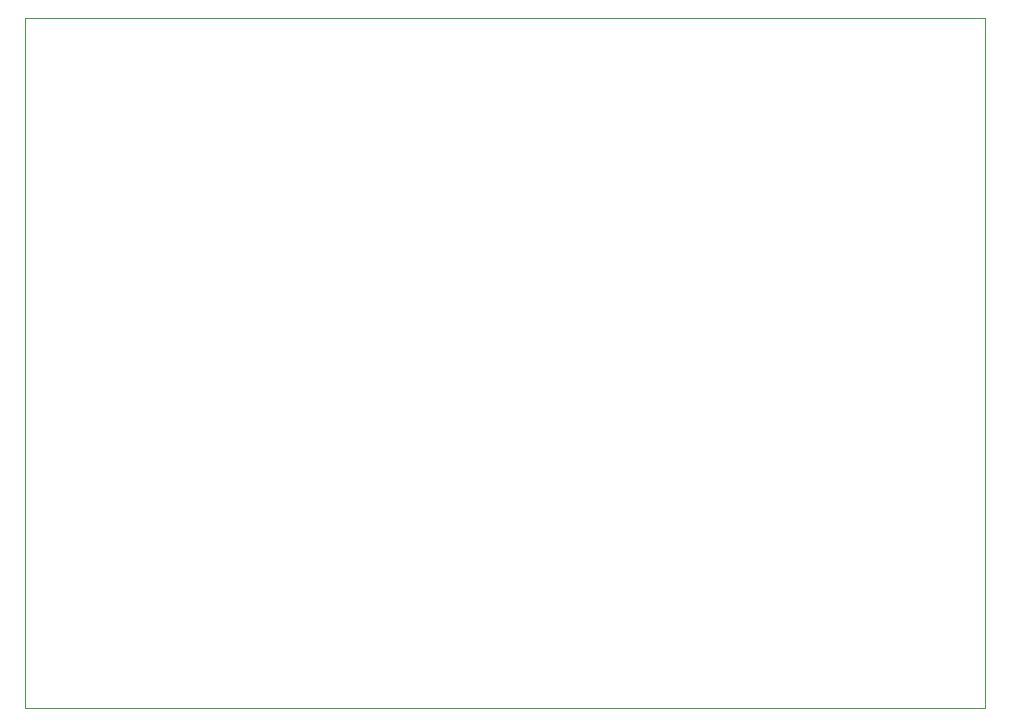
<source format=gbr>
%TF.GenerationSoftware,KiCad,Pcbnew,(6.0.5)*%
%TF.CreationDate,2022-07-13T22:10:15+01:00*%
%TF.ProjectId,WheelchairPCBKiCad,57686565-6c63-4686-9169-725043424b69,rev?*%
%TF.SameCoordinates,Original*%
%TF.FileFunction,Profile,NP*%
%FSLAX46Y46*%
G04 Gerber Fmt 4.6, Leading zero omitted, Abs format (unit mm)*
G04 Created by KiCad (PCBNEW (6.0.5)) date 2022-07-13 22:10:15*
%MOMM*%
%LPD*%
G01*
G04 APERTURE LIST*
%TA.AperFunction,Profile*%
%ADD10C,0.100000*%
%TD*%
G04 APERTURE END LIST*
D10*
X142240000Y-127000000D02*
X60960000Y-127000000D01*
X60960000Y-68580000D01*
X142240000Y-68580000D01*
X142240000Y-127000000D01*
M02*

</source>
